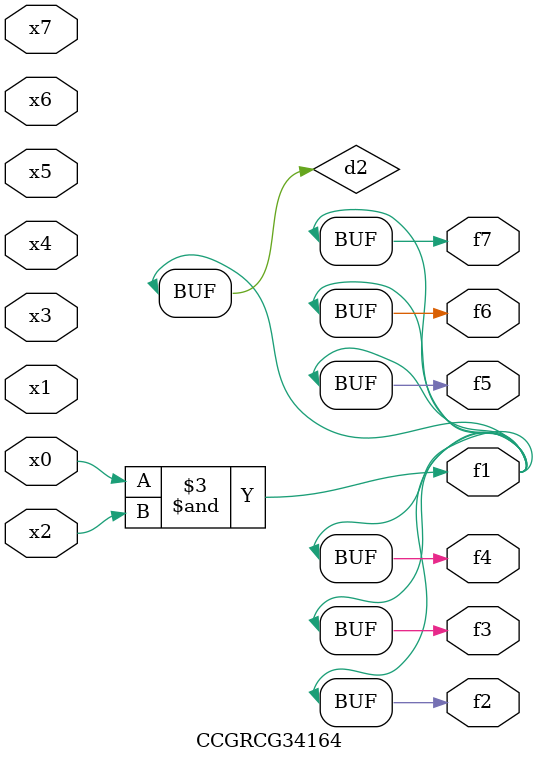
<source format=v>
module CCGRCG34164(
	input x0, x1, x2, x3, x4, x5, x6, x7,
	output f1, f2, f3, f4, f5, f6, f7
);

	wire d1, d2;

	nor (d1, x3, x6);
	and (d2, x0, x2);
	assign f1 = d2;
	assign f2 = d2;
	assign f3 = d2;
	assign f4 = d2;
	assign f5 = d2;
	assign f6 = d2;
	assign f7 = d2;
endmodule

</source>
